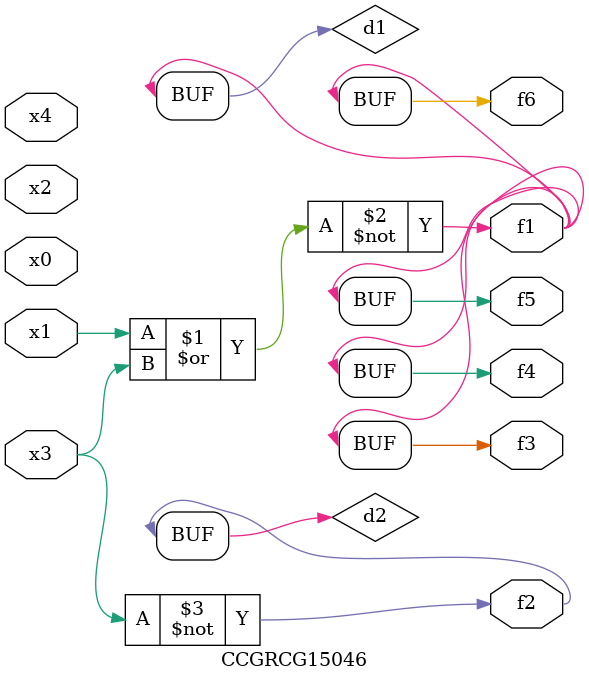
<source format=v>
module CCGRCG15046(
	input x0, x1, x2, x3, x4,
	output f1, f2, f3, f4, f5, f6
);

	wire d1, d2;

	nor (d1, x1, x3);
	not (d2, x3);
	assign f1 = d1;
	assign f2 = d2;
	assign f3 = d1;
	assign f4 = d1;
	assign f5 = d1;
	assign f6 = d1;
endmodule

</source>
